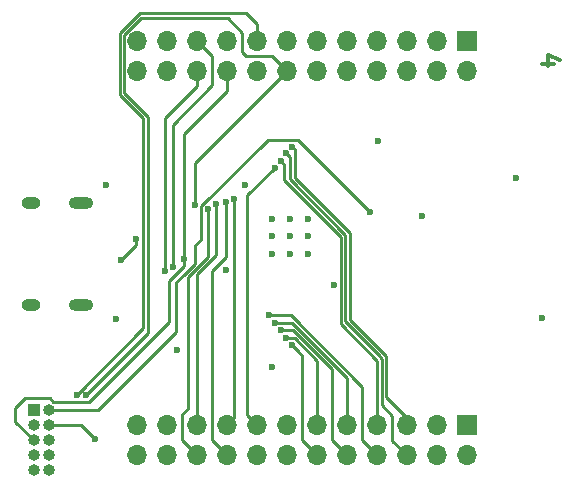
<source format=gbr>
G04 #@! TF.GenerationSoftware,KiCad,Pcbnew,(5.1.10-1-10_14)*
G04 #@! TF.CreationDate,2021-08-26T00:22:11+08:00*
G04 #@! TF.ProjectId,stm32f401_devboard,73746d33-3266-4343-9031-5f646576626f,rev?*
G04 #@! TF.SameCoordinates,Original*
G04 #@! TF.FileFunction,Copper,L4,Bot*
G04 #@! TF.FilePolarity,Positive*
%FSLAX46Y46*%
G04 Gerber Fmt 4.6, Leading zero omitted, Abs format (unit mm)*
G04 Created by KiCad (PCBNEW (5.1.10-1-10_14)) date 2021-08-26 00:22:11*
%MOMM*%
%LPD*%
G01*
G04 APERTURE LIST*
G04 #@! TA.AperFunction,NonConductor*
%ADD10C,0.300000*%
G04 #@! TD*
G04 #@! TA.AperFunction,ComponentPad*
%ADD11O,1.700000X1.700000*%
G04 #@! TD*
G04 #@! TA.AperFunction,ComponentPad*
%ADD12R,1.700000X1.700000*%
G04 #@! TD*
G04 #@! TA.AperFunction,ComponentPad*
%ADD13O,2.100000X1.000000*%
G04 #@! TD*
G04 #@! TA.AperFunction,ComponentPad*
%ADD14O,1.600000X1.000000*%
G04 #@! TD*
G04 #@! TA.AperFunction,ComponentPad*
%ADD15O,1.000000X1.000000*%
G04 #@! TD*
G04 #@! TA.AperFunction,ComponentPad*
%ADD16R,1.000000X1.000000*%
G04 #@! TD*
G04 #@! TA.AperFunction,ViaPad*
%ADD17C,0.600000*%
G04 #@! TD*
G04 #@! TA.AperFunction,Conductor*
%ADD18C,0.250000*%
G04 #@! TD*
G04 APERTURE END LIST*
D10*
X147321428Y-79385714D02*
X146321428Y-79385714D01*
X147892857Y-79028571D02*
X146821428Y-78671428D01*
X146821428Y-79600000D01*
D11*
X112060000Y-112540000D03*
X112060000Y-110000000D03*
X114600000Y-112540000D03*
X114600000Y-110000000D03*
X117140000Y-112540000D03*
X117140000Y-110000000D03*
X119680000Y-112540000D03*
X119680000Y-110000000D03*
X122220000Y-112540000D03*
X122220000Y-110000000D03*
X124760000Y-112540000D03*
X124760000Y-110000000D03*
X127300000Y-112540000D03*
X127300000Y-110000000D03*
X129840000Y-112540000D03*
X129840000Y-110000000D03*
X132380000Y-112540000D03*
X132380000Y-110000000D03*
X134920000Y-112540000D03*
X134920000Y-110000000D03*
X137460000Y-112540000D03*
X137460000Y-110000000D03*
X140000000Y-112540000D03*
D12*
X140000000Y-110000000D03*
D11*
X112060000Y-80000000D03*
X112060000Y-77460000D03*
X114600000Y-80000000D03*
X114600000Y-77460000D03*
X117140000Y-80000000D03*
X117140000Y-77460000D03*
X119680000Y-80000000D03*
X119680000Y-77460000D03*
X122220000Y-80000000D03*
X122220000Y-77460000D03*
X124760000Y-80000000D03*
X124760000Y-77460000D03*
X127300000Y-80000000D03*
X127300000Y-77460000D03*
X129840000Y-80000000D03*
X129840000Y-77460000D03*
X132380000Y-80000000D03*
X132380000Y-77460000D03*
X134920000Y-80000000D03*
X134920000Y-77460000D03*
X137460000Y-80000000D03*
X137460000Y-77460000D03*
X140000000Y-80000000D03*
D12*
X140000000Y-77460000D03*
D13*
X107290000Y-99820000D03*
X107290000Y-91180000D03*
D14*
X103110000Y-91180000D03*
X103110000Y-99820000D03*
D15*
X103315000Y-113820000D03*
X104585000Y-113820000D03*
X103315000Y-112550000D03*
X104585000Y-112550000D03*
X103315000Y-111280000D03*
X104585000Y-111280000D03*
X103315000Y-110010000D03*
X104585000Y-110010000D03*
X104585000Y-108740000D03*
D16*
X103315000Y-108740000D03*
D17*
X123480000Y-105040000D03*
X125000000Y-94000000D03*
X126500000Y-94000000D03*
X123500000Y-94000000D03*
X123500000Y-92500000D03*
X125000000Y-92500000D03*
X126500000Y-92500000D03*
X125000000Y-95500000D03*
X123500000Y-95500000D03*
X126500000Y-95500000D03*
X109440000Y-89690000D03*
X110297823Y-100997823D03*
X136180000Y-92260000D03*
X144100000Y-89050000D03*
X146310000Y-100930000D03*
X116950000Y-91350000D03*
X107709667Y-107450979D03*
X115080000Y-96580000D03*
X106980000Y-107400000D03*
X116010000Y-95910000D03*
X128740000Y-98150000D03*
X119540000Y-96830000D03*
X121160000Y-89610000D03*
X115450000Y-103600000D03*
X132480000Y-85890000D03*
X123198000Y-100695229D03*
X108450000Y-111120000D03*
X131740000Y-91920000D03*
X125198000Y-103240000D03*
X124698000Y-102609877D03*
X124198000Y-101940322D03*
X123698000Y-101296678D03*
X114427755Y-96901105D03*
X110700000Y-96000000D03*
X111960000Y-94198000D03*
X118060000Y-91720000D03*
X118770000Y-91240000D03*
X119592386Y-91056046D03*
X120280000Y-90820000D03*
X123698000Y-88195231D03*
X124198000Y-87615547D03*
X124698000Y-86983596D03*
X125198000Y-86400000D03*
D18*
X116950000Y-87810000D02*
X124760000Y-80000000D01*
X116950000Y-91350000D02*
X116950000Y-87810000D01*
X112960000Y-84590000D02*
X112960000Y-83860000D01*
X112960000Y-84590000D02*
X112960000Y-84430000D01*
X110957999Y-76931039D02*
X112349038Y-75540000D01*
X110957999Y-81857999D02*
X110957999Y-76931039D01*
X112960000Y-83860000D02*
X110957999Y-81857999D01*
X112349038Y-75540000D02*
X119750000Y-75540000D01*
X119750000Y-75540000D02*
X120970000Y-76760000D01*
X120970000Y-76760000D02*
X120970000Y-78400000D01*
X120970000Y-78400000D02*
X121290000Y-78720000D01*
X123480000Y-78720000D02*
X124760000Y-80000000D01*
X121290000Y-78720000D02*
X123480000Y-78720000D01*
X112970000Y-97040000D02*
X112970000Y-102190646D01*
X112970000Y-84045000D02*
X112970000Y-97040000D01*
X112970000Y-102190646D02*
X107709667Y-107450979D01*
X112970000Y-97040000D02*
X112970000Y-97220000D01*
X115080000Y-96580000D02*
X115080000Y-84550000D01*
X115080000Y-84550000D02*
X118410000Y-81220000D01*
X118410000Y-78730000D02*
X117140000Y-77460000D01*
X118410000Y-81220000D02*
X118410000Y-78730000D01*
X122220000Y-76030000D02*
X122220000Y-77460000D01*
X112285866Y-75070000D02*
X121260000Y-75070000D01*
X110580989Y-82014161D02*
X110580990Y-76774876D01*
X112582990Y-84016162D02*
X110580989Y-82014161D01*
X121260000Y-75070000D02*
X122220000Y-76030000D01*
X110580990Y-76774876D02*
X112285866Y-75070000D01*
X112582990Y-96797010D02*
X112582990Y-84016162D01*
X112582990Y-101797010D02*
X106980000Y-107400000D01*
X112582990Y-96797010D02*
X112582990Y-101797010D01*
X116010000Y-95910000D02*
X116010000Y-85350000D01*
X119680000Y-81680000D02*
X119680000Y-80000000D01*
X116010000Y-85350000D02*
X119680000Y-81680000D01*
X101730000Y-108520000D02*
X101730000Y-109695000D01*
X102530000Y-107720000D02*
X101730000Y-108520000D01*
X104960942Y-108002980D02*
X104677962Y-107720000D01*
X107974628Y-108002980D02*
X104960942Y-108002980D01*
X104677962Y-107720000D02*
X102530000Y-107720000D01*
X114736962Y-97740000D02*
X114736962Y-101240646D01*
X101730000Y-109695000D02*
X103315000Y-111280000D01*
X116010000Y-96466962D02*
X114736962Y-97740000D01*
X114736962Y-101240646D02*
X107974628Y-108002980D01*
X116010000Y-95910000D02*
X116010000Y-96466962D01*
X125069707Y-100695229D02*
X131120000Y-106745522D01*
X123198000Y-100695229D02*
X125069707Y-100695229D01*
X131120000Y-111280000D02*
X132380000Y-112540000D01*
X131120000Y-106745522D02*
X131120000Y-111280000D01*
X107340000Y-110010000D02*
X104585000Y-110010000D01*
X108450000Y-111120000D02*
X107340000Y-110010000D01*
X115380000Y-97880000D02*
X115380000Y-102100000D01*
X117502001Y-94237999D02*
X116920000Y-94820000D01*
X117502001Y-91461037D02*
X117502001Y-94237999D01*
X123115039Y-85847999D02*
X117502001Y-91461037D01*
X115380000Y-102100000D02*
X108740000Y-108740000D01*
X116006345Y-97253655D02*
X115380000Y-97880000D01*
X116010001Y-97253655D02*
X116006345Y-97253655D01*
X125667999Y-85847999D02*
X123115039Y-85847999D01*
X116920000Y-96343656D02*
X116010001Y-97253655D01*
X116920000Y-94820000D02*
X116920000Y-96343656D01*
X131740000Y-91920000D02*
X125667999Y-85847999D01*
X108520000Y-108740000D02*
X104585000Y-108740000D01*
X108740000Y-108740000D02*
X108520000Y-108740000D01*
X125198000Y-103240000D02*
X125650000Y-103692000D01*
X125650000Y-103692000D02*
X125650000Y-103710000D01*
X125650000Y-103710000D02*
X126030000Y-104090000D01*
X126030000Y-111270000D02*
X127300000Y-112540000D01*
X126030000Y-104090000D02*
X126030000Y-111270000D01*
X125384839Y-102609877D02*
X127300000Y-104525038D01*
X127300000Y-104525038D02*
X127300000Y-110000000D01*
X124698000Y-102609877D02*
X125384839Y-102609877D01*
X125248456Y-101940322D02*
X128580000Y-105271866D01*
X124198000Y-101940322D02*
X125248456Y-101940322D01*
X128580000Y-111280000D02*
X129840000Y-112540000D01*
X128580000Y-105271866D02*
X128580000Y-111280000D01*
X129840000Y-105998694D02*
X129840000Y-110000000D01*
X125137984Y-101296678D02*
X129840000Y-105998694D01*
X123698000Y-101296678D02*
X125137984Y-101296678D01*
X114427755Y-96901105D02*
X114427755Y-83962245D01*
X117140000Y-81250000D02*
X117140000Y-80000000D01*
X114427755Y-83962245D02*
X117140000Y-81250000D01*
X111960000Y-94740000D02*
X110700000Y-96000000D01*
X111960000Y-94198000D02*
X111960000Y-94740000D01*
X115870000Y-111270000D02*
X117140000Y-112540000D01*
X118060000Y-95736828D02*
X116387010Y-97409818D01*
X116387010Y-97409818D02*
X116387010Y-108572990D01*
X118060000Y-91720000D02*
X118060000Y-94610000D01*
X118060000Y-94610000D02*
X118060000Y-95736828D01*
X118060000Y-94610000D02*
X118060000Y-94750000D01*
X115870000Y-109090000D02*
X115870000Y-111270000D01*
X116387010Y-108572990D02*
X115870000Y-109090000D01*
X117140000Y-110000000D02*
X117140000Y-97190000D01*
X118770000Y-95560000D02*
X118770000Y-91240000D01*
X117140000Y-97190000D02*
X118770000Y-95560000D01*
X119680000Y-112540000D02*
X118410000Y-111270000D01*
X119592386Y-95767614D02*
X119592386Y-91056046D01*
X118410000Y-96950000D02*
X119592386Y-95767614D01*
X118410000Y-111270000D02*
X118410000Y-96950000D01*
X120280000Y-109400000D02*
X119680000Y-110000000D01*
X120280000Y-90820000D02*
X120280000Y-109400000D01*
X121370001Y-90523230D02*
X123698000Y-88195231D01*
X121370001Y-109150001D02*
X121370001Y-90523230D01*
X122220000Y-110000000D02*
X121370001Y-109150001D01*
X124497999Y-87915546D02*
X124497999Y-89217999D01*
X124198000Y-87615547D02*
X124497999Y-87915546D01*
X129292001Y-94012001D02*
X129292001Y-101442001D01*
X124497999Y-89217999D02*
X129292001Y-94012001D01*
X132380000Y-104530000D02*
X132380000Y-110000000D01*
X129292001Y-101442001D02*
X132380000Y-104530000D01*
X132600000Y-104130000D02*
X132600000Y-104216828D01*
X133630000Y-111250000D02*
X133670000Y-111290000D01*
X133630000Y-109190000D02*
X133630000Y-111250000D01*
X132600000Y-104216828D02*
X132757010Y-104373838D01*
X132757010Y-104373838D02*
X132757010Y-108317010D01*
X129669011Y-101199011D02*
X132600000Y-104130000D01*
X129669011Y-93855839D02*
X129669011Y-101199011D01*
X124961586Y-87247182D02*
X124961586Y-89148414D01*
X132757010Y-108317010D02*
X133630000Y-109190000D01*
X124961586Y-89148414D02*
X129669011Y-93855839D01*
X133670000Y-111290000D02*
X134920000Y-112540000D01*
X124698000Y-86983596D02*
X124961586Y-87247182D01*
X125198000Y-86400000D02*
X125442470Y-86644470D01*
X125442470Y-86644470D02*
X125442470Y-89096126D01*
X125442470Y-89096126D02*
X130046021Y-93699677D01*
X130046021Y-93699677D02*
X130046021Y-101042849D01*
X130046021Y-101042849D02*
X133134020Y-104130848D01*
X133134020Y-104130848D02*
X133134020Y-107604020D01*
X134920000Y-109390000D02*
X134920000Y-110000000D01*
X133134020Y-107604020D02*
X134920000Y-109390000D01*
M02*

</source>
